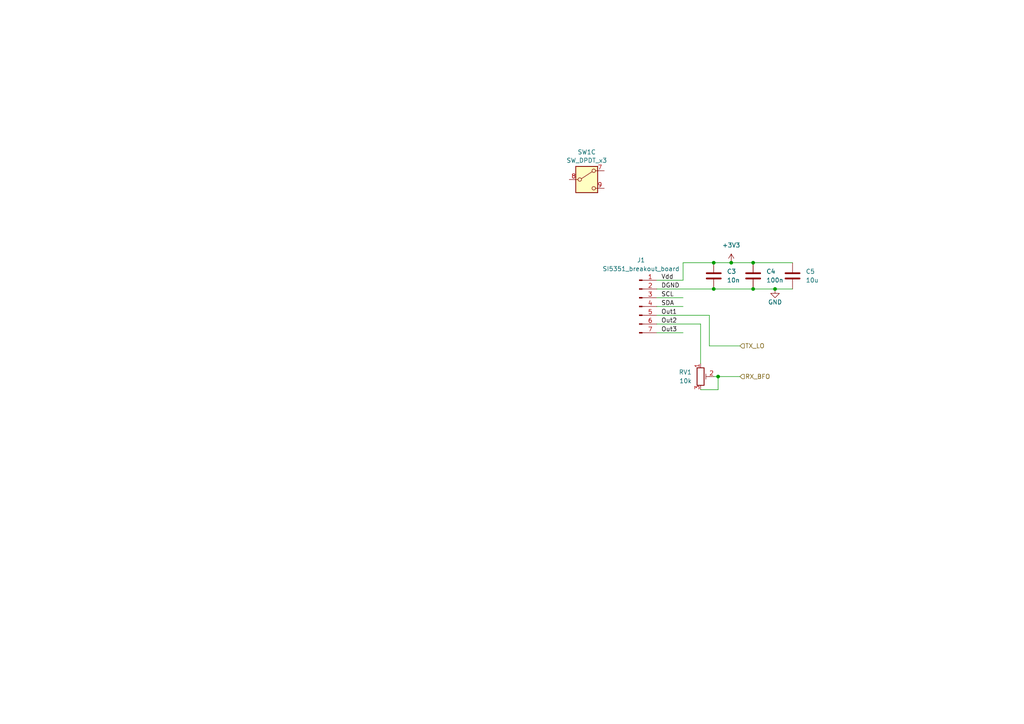
<source format=kicad_sch>
(kicad_sch
	(version 20231120)
	(generator "eeschema")
	(generator_version "8.0")
	(uuid "b6875a7b-301f-42e9-82d8-f98309d75f1e")
	(paper "A4")
	(lib_symbols
		(symbol "Connector:Conn_01x07_Pin"
			(pin_names
				(offset 1.016) hide)
			(exclude_from_sim no)
			(in_bom yes)
			(on_board yes)
			(property "Reference" "J"
				(at 0 10.16 0)
				(effects
					(font
						(size 1.27 1.27)
					)
				)
			)
			(property "Value" "Conn_01x07_Pin"
				(at 0 -10.16 0)
				(effects
					(font
						(size 1.27 1.27)
					)
				)
			)
			(property "Footprint" ""
				(at 0 0 0)
				(effects
					(font
						(size 1.27 1.27)
					)
					(hide yes)
				)
			)
			(property "Datasheet" "~"
				(at 0 0 0)
				(effects
					(font
						(size 1.27 1.27)
					)
					(hide yes)
				)
			)
			(property "Description" "Generic connector, single row, 01x07, script generated"
				(at 0 0 0)
				(effects
					(font
						(size 1.27 1.27)
					)
					(hide yes)
				)
			)
			(property "ki_locked" ""
				(at 0 0 0)
				(effects
					(font
						(size 1.27 1.27)
					)
				)
			)
			(property "ki_keywords" "connector"
				(at 0 0 0)
				(effects
					(font
						(size 1.27 1.27)
					)
					(hide yes)
				)
			)
			(property "ki_fp_filters" "Connector*:*_1x??_*"
				(at 0 0 0)
				(effects
					(font
						(size 1.27 1.27)
					)
					(hide yes)
				)
			)
			(symbol "Conn_01x07_Pin_1_1"
				(polyline
					(pts
						(xy 1.27 -7.62) (xy 0.8636 -7.62)
					)
					(stroke
						(width 0.1524)
						(type default)
					)
					(fill
						(type none)
					)
				)
				(polyline
					(pts
						(xy 1.27 -5.08) (xy 0.8636 -5.08)
					)
					(stroke
						(width 0.1524)
						(type default)
					)
					(fill
						(type none)
					)
				)
				(polyline
					(pts
						(xy 1.27 -2.54) (xy 0.8636 -2.54)
					)
					(stroke
						(width 0.1524)
						(type default)
					)
					(fill
						(type none)
					)
				)
				(polyline
					(pts
						(xy 1.27 0) (xy 0.8636 0)
					)
					(stroke
						(width 0.1524)
						(type default)
					)
					(fill
						(type none)
					)
				)
				(polyline
					(pts
						(xy 1.27 2.54) (xy 0.8636 2.54)
					)
					(stroke
						(width 0.1524)
						(type default)
					)
					(fill
						(type none)
					)
				)
				(polyline
					(pts
						(xy 1.27 5.08) (xy 0.8636 5.08)
					)
					(stroke
						(width 0.1524)
						(type default)
					)
					(fill
						(type none)
					)
				)
				(polyline
					(pts
						(xy 1.27 7.62) (xy 0.8636 7.62)
					)
					(stroke
						(width 0.1524)
						(type default)
					)
					(fill
						(type none)
					)
				)
				(rectangle
					(start 0.8636 -7.493)
					(end 0 -7.747)
					(stroke
						(width 0.1524)
						(type default)
					)
					(fill
						(type outline)
					)
				)
				(rectangle
					(start 0.8636 -4.953)
					(end 0 -5.207)
					(stroke
						(width 0.1524)
						(type default)
					)
					(fill
						(type outline)
					)
				)
				(rectangle
					(start 0.8636 -2.413)
					(end 0 -2.667)
					(stroke
						(width 0.1524)
						(type default)
					)
					(fill
						(type outline)
					)
				)
				(rectangle
					(start 0.8636 0.127)
					(end 0 -0.127)
					(stroke
						(width 0.1524)
						(type default)
					)
					(fill
						(type outline)
					)
				)
				(rectangle
					(start 0.8636 2.667)
					(end 0 2.413)
					(stroke
						(width 0.1524)
						(type default)
					)
					(fill
						(type outline)
					)
				)
				(rectangle
					(start 0.8636 5.207)
					(end 0 4.953)
					(stroke
						(width 0.1524)
						(type default)
					)
					(fill
						(type outline)
					)
				)
				(rectangle
					(start 0.8636 7.747)
					(end 0 7.493)
					(stroke
						(width 0.1524)
						(type default)
					)
					(fill
						(type outline)
					)
				)
				(pin passive line
					(at 5.08 7.62 180)
					(length 3.81)
					(name "Pin_1"
						(effects
							(font
								(size 1.27 1.27)
							)
						)
					)
					(number "1"
						(effects
							(font
								(size 1.27 1.27)
							)
						)
					)
				)
				(pin passive line
					(at 5.08 5.08 180)
					(length 3.81)
					(name "Pin_2"
						(effects
							(font
								(size 1.27 1.27)
							)
						)
					)
					(number "2"
						(effects
							(font
								(size 1.27 1.27)
							)
						)
					)
				)
				(pin passive line
					(at 5.08 2.54 180)
					(length 3.81)
					(name "Pin_3"
						(effects
							(font
								(size 1.27 1.27)
							)
						)
					)
					(number "3"
						(effects
							(font
								(size 1.27 1.27)
							)
						)
					)
				)
				(pin passive line
					(at 5.08 0 180)
					(length 3.81)
					(name "Pin_4"
						(effects
							(font
								(size 1.27 1.27)
							)
						)
					)
					(number "4"
						(effects
							(font
								(size 1.27 1.27)
							)
						)
					)
				)
				(pin passive line
					(at 5.08 -2.54 180)
					(length 3.81)
					(name "Pin_5"
						(effects
							(font
								(size 1.27 1.27)
							)
						)
					)
					(number "5"
						(effects
							(font
								(size 1.27 1.27)
							)
						)
					)
				)
				(pin passive line
					(at 5.08 -5.08 180)
					(length 3.81)
					(name "Pin_6"
						(effects
							(font
								(size 1.27 1.27)
							)
						)
					)
					(number "6"
						(effects
							(font
								(size 1.27 1.27)
							)
						)
					)
				)
				(pin passive line
					(at 5.08 -7.62 180)
					(length 3.81)
					(name "Pin_7"
						(effects
							(font
								(size 1.27 1.27)
							)
						)
					)
					(number "7"
						(effects
							(font
								(size 1.27 1.27)
							)
						)
					)
				)
			)
		)
		(symbol "Device:C"
			(pin_numbers hide)
			(pin_names
				(offset 0.254)
			)
			(exclude_from_sim no)
			(in_bom yes)
			(on_board yes)
			(property "Reference" "C"
				(at 0.635 2.54 0)
				(effects
					(font
						(size 1.27 1.27)
					)
					(justify left)
				)
			)
			(property "Value" "C"
				(at 0.635 -2.54 0)
				(effects
					(font
						(size 1.27 1.27)
					)
					(justify left)
				)
			)
			(property "Footprint" ""
				(at 0.9652 -3.81 0)
				(effects
					(font
						(size 1.27 1.27)
					)
					(hide yes)
				)
			)
			(property "Datasheet" "~"
				(at 0 0 0)
				(effects
					(font
						(size 1.27 1.27)
					)
					(hide yes)
				)
			)
			(property "Description" "Unpolarized capacitor"
				(at 0 0 0)
				(effects
					(font
						(size 1.27 1.27)
					)
					(hide yes)
				)
			)
			(property "ki_keywords" "cap capacitor"
				(at 0 0 0)
				(effects
					(font
						(size 1.27 1.27)
					)
					(hide yes)
				)
			)
			(property "ki_fp_filters" "C_*"
				(at 0 0 0)
				(effects
					(font
						(size 1.27 1.27)
					)
					(hide yes)
				)
			)
			(symbol "C_0_1"
				(polyline
					(pts
						(xy -2.032 -0.762) (xy 2.032 -0.762)
					)
					(stroke
						(width 0.508)
						(type default)
					)
					(fill
						(type none)
					)
				)
				(polyline
					(pts
						(xy -2.032 0.762) (xy 2.032 0.762)
					)
					(stroke
						(width 0.508)
						(type default)
					)
					(fill
						(type none)
					)
				)
			)
			(symbol "C_1_1"
				(pin passive line
					(at 0 3.81 270)
					(length 2.794)
					(name "~"
						(effects
							(font
								(size 1.27 1.27)
							)
						)
					)
					(number "1"
						(effects
							(font
								(size 1.27 1.27)
							)
						)
					)
				)
				(pin passive line
					(at 0 -3.81 90)
					(length 2.794)
					(name "~"
						(effects
							(font
								(size 1.27 1.27)
							)
						)
					)
					(number "2"
						(effects
							(font
								(size 1.27 1.27)
							)
						)
					)
				)
			)
		)
		(symbol "Device:R_Potentiometer_Trim"
			(pin_names
				(offset 1.016) hide)
			(exclude_from_sim no)
			(in_bom yes)
			(on_board yes)
			(property "Reference" "RV"
				(at -4.445 0 90)
				(effects
					(font
						(size 1.27 1.27)
					)
				)
			)
			(property "Value" "R_Potentiometer_Trim"
				(at -2.54 0 90)
				(effects
					(font
						(size 1.27 1.27)
					)
				)
			)
			(property "Footprint" ""
				(at 0 0 0)
				(effects
					(font
						(size 1.27 1.27)
					)
					(hide yes)
				)
			)
			(property "Datasheet" "~"
				(at 0 0 0)
				(effects
					(font
						(size 1.27 1.27)
					)
					(hide yes)
				)
			)
			(property "Description" "Trim-potentiometer"
				(at 0 0 0)
				(effects
					(font
						(size 1.27 1.27)
					)
					(hide yes)
				)
			)
			(property "ki_keywords" "resistor variable trimpot trimmer"
				(at 0 0 0)
				(effects
					(font
						(size 1.27 1.27)
					)
					(hide yes)
				)
			)
			(property "ki_fp_filters" "Potentiometer*"
				(at 0 0 0)
				(effects
					(font
						(size 1.27 1.27)
					)
					(hide yes)
				)
			)
			(symbol "R_Potentiometer_Trim_0_1"
				(polyline
					(pts
						(xy 1.524 0.762) (xy 1.524 -0.762)
					)
					(stroke
						(width 0)
						(type default)
					)
					(fill
						(type none)
					)
				)
				(polyline
					(pts
						(xy 2.54 0) (xy 1.524 0)
					)
					(stroke
						(width 0)
						(type default)
					)
					(fill
						(type none)
					)
				)
				(rectangle
					(start 1.016 2.54)
					(end -1.016 -2.54)
					(stroke
						(width 0.254)
						(type default)
					)
					(fill
						(type none)
					)
				)
			)
			(symbol "R_Potentiometer_Trim_1_1"
				(pin passive line
					(at 0 3.81 270)
					(length 1.27)
					(name "1"
						(effects
							(font
								(size 1.27 1.27)
							)
						)
					)
					(number "1"
						(effects
							(font
								(size 1.27 1.27)
							)
						)
					)
				)
				(pin passive line
					(at 3.81 0 180)
					(length 1.27)
					(name "2"
						(effects
							(font
								(size 1.27 1.27)
							)
						)
					)
					(number "2"
						(effects
							(font
								(size 1.27 1.27)
							)
						)
					)
				)
				(pin passive line
					(at 0 -3.81 90)
					(length 1.27)
					(name "3"
						(effects
							(font
								(size 1.27 1.27)
							)
						)
					)
					(number "3"
						(effects
							(font
								(size 1.27 1.27)
							)
						)
					)
				)
			)
		)
		(symbol "power:+3V3"
			(power)
			(pin_numbers hide)
			(pin_names
				(offset 0) hide)
			(exclude_from_sim no)
			(in_bom yes)
			(on_board yes)
			(property "Reference" "#PWR"
				(at 0 -3.81 0)
				(effects
					(font
						(size 1.27 1.27)
					)
					(hide yes)
				)
			)
			(property "Value" "+3V3"
				(at 0 3.556 0)
				(effects
					(font
						(size 1.27 1.27)
					)
				)
			)
			(property "Footprint" ""
				(at 0 0 0)
				(effects
					(font
						(size 1.27 1.27)
					)
					(hide yes)
				)
			)
			(property "Datasheet" ""
				(at 0 0 0)
				(effects
					(font
						(size 1.27 1.27)
					)
					(hide yes)
				)
			)
			(property "Description" "Power symbol creates a global label with name \"+3V3\""
				(at 0 0 0)
				(effects
					(font
						(size 1.27 1.27)
					)
					(hide yes)
				)
			)
			(property "ki_keywords" "global power"
				(at 0 0 0)
				(effects
					(font
						(size 1.27 1.27)
					)
					(hide yes)
				)
			)
			(symbol "+3V3_0_1"
				(polyline
					(pts
						(xy -0.762 1.27) (xy 0 2.54)
					)
					(stroke
						(width 0)
						(type default)
					)
					(fill
						(type none)
					)
				)
				(polyline
					(pts
						(xy 0 0) (xy 0 2.54)
					)
					(stroke
						(width 0)
						(type default)
					)
					(fill
						(type none)
					)
				)
				(polyline
					(pts
						(xy 0 2.54) (xy 0.762 1.27)
					)
					(stroke
						(width 0)
						(type default)
					)
					(fill
						(type none)
					)
				)
			)
			(symbol "+3V3_1_1"
				(pin power_in line
					(at 0 0 90)
					(length 0)
					(name "~"
						(effects
							(font
								(size 1.27 1.27)
							)
						)
					)
					(number "1"
						(effects
							(font
								(size 1.27 1.27)
							)
						)
					)
				)
			)
		)
		(symbol "power:GND1"
			(power)
			(pin_numbers hide)
			(pin_names
				(offset 0) hide)
			(exclude_from_sim no)
			(in_bom yes)
			(on_board yes)
			(property "Reference" "#PWR"
				(at 0 -6.35 0)
				(effects
					(font
						(size 1.27 1.27)
					)
					(hide yes)
				)
			)
			(property "Value" "GND1"
				(at 0 -3.81 0)
				(effects
					(font
						(size 1.27 1.27)
					)
				)
			)
			(property "Footprint" ""
				(at 0 0 0)
				(effects
					(font
						(size 1.27 1.27)
					)
					(hide yes)
				)
			)
			(property "Datasheet" ""
				(at 0 0 0)
				(effects
					(font
						(size 1.27 1.27)
					)
					(hide yes)
				)
			)
			(property "Description" "Power symbol creates a global label with name \"GND1\" , ground"
				(at 0 0 0)
				(effects
					(font
						(size 1.27 1.27)
					)
					(hide yes)
				)
			)
			(property "ki_keywords" "global power"
				(at 0 0 0)
				(effects
					(font
						(size 1.27 1.27)
					)
					(hide yes)
				)
			)
			(symbol "GND1_0_1"
				(polyline
					(pts
						(xy 0 0) (xy 0 -1.27) (xy 1.27 -1.27) (xy 0 -2.54) (xy -1.27 -1.27) (xy 0 -1.27)
					)
					(stroke
						(width 0)
						(type default)
					)
					(fill
						(type none)
					)
				)
			)
			(symbol "GND1_1_1"
				(pin power_in line
					(at 0 0 270)
					(length 0)
					(name "~"
						(effects
							(font
								(size 1.27 1.27)
							)
						)
					)
					(number "1"
						(effects
							(font
								(size 1.27 1.27)
							)
						)
					)
				)
			)
		)
		(symbol "summit_scourer:SW_DPDT_x3"
			(pin_names
				(offset 0) hide)
			(exclude_from_sim no)
			(in_bom yes)
			(on_board yes)
			(property "Reference" "SW"
				(at 0 5.08 0)
				(effects
					(font
						(size 1.27 1.27)
					)
				)
			)
			(property "Value" "SW_DPDT_x3"
				(at 0 -5.08 0)
				(effects
					(font
						(size 1.27 1.27)
					)
				)
			)
			(property "Footprint" ""
				(at 0 0 0)
				(effects
					(font
						(size 1.27 1.27)
					)
					(hide yes)
				)
			)
			(property "Datasheet" "~"
				(at 0 0 0)
				(effects
					(font
						(size 1.27 1.27)
					)
					(hide yes)
				)
			)
			(property "Description" "Switch, dual pole double throw, separate symbols"
				(at 0 0 0)
				(effects
					(font
						(size 1.27 1.27)
					)
					(hide yes)
				)
			)
			(property "ki_keywords" "switch dual-pole double-throw DPDT spdt ON-ON"
				(at 0 0 0)
				(effects
					(font
						(size 1.27 1.27)
					)
					(hide yes)
				)
			)
			(property "ki_fp_filters" "SW*DPDT*"
				(at 0 0 0)
				(effects
					(font
						(size 1.27 1.27)
					)
					(hide yes)
				)
			)
			(symbol "SW_DPDT_x3_0_0"
				(circle
					(center -2.032 0)
					(radius 0.508)
					(stroke
						(width 0)
						(type default)
					)
					(fill
						(type none)
					)
				)
				(circle
					(center 2.032 -2.54)
					(radius 0.508)
					(stroke
						(width 0)
						(type default)
					)
					(fill
						(type none)
					)
				)
			)
			(symbol "SW_DPDT_x3_0_1"
				(rectangle
					(start -3.175 3.81)
					(end 3.175 -3.81)
					(stroke
						(width 0.254)
						(type default)
					)
					(fill
						(type background)
					)
				)
				(polyline
					(pts
						(xy -1.524 0.254) (xy 1.5748 2.286)
					)
					(stroke
						(width 0)
						(type default)
					)
					(fill
						(type none)
					)
				)
				(circle
					(center 2.032 2.54)
					(radius 0.508)
					(stroke
						(width 0)
						(type default)
					)
					(fill
						(type none)
					)
				)
			)
			(symbol "SW_DPDT_x3_1_1"
				(pin passive line
					(at 5.08 2.54 180)
					(length 2.54)
					(name "A"
						(effects
							(font
								(size 1.27 1.27)
							)
						)
					)
					(number "1"
						(effects
							(font
								(size 1.27 1.27)
							)
						)
					)
				)
				(pin passive line
					(at -5.08 0 0)
					(length 2.54)
					(name "B"
						(effects
							(font
								(size 1.27 1.27)
							)
						)
					)
					(number "2"
						(effects
							(font
								(size 1.27 1.27)
							)
						)
					)
				)
				(pin passive line
					(at 5.08 -2.54 180)
					(length 2.54)
					(name "C"
						(effects
							(font
								(size 1.27 1.27)
							)
						)
					)
					(number "3"
						(effects
							(font
								(size 1.27 1.27)
							)
						)
					)
				)
			)
			(symbol "SW_DPDT_x3_2_1"
				(pin passive line
					(at 5.08 2.54 180)
					(length 2.54)
					(name "A"
						(effects
							(font
								(size 1.27 1.27)
							)
						)
					)
					(number "4"
						(effects
							(font
								(size 1.27 1.27)
							)
						)
					)
				)
				(pin passive line
					(at -5.08 0 0)
					(length 2.54)
					(name "B"
						(effects
							(font
								(size 1.27 1.27)
							)
						)
					)
					(number "5"
						(effects
							(font
								(size 1.27 1.27)
							)
						)
					)
				)
				(pin passive line
					(at 5.08 -2.54 180)
					(length 2.54)
					(name "C"
						(effects
							(font
								(size 1.27 1.27)
							)
						)
					)
					(number "6"
						(effects
							(font
								(size 1.27 1.27)
							)
						)
					)
				)
			)
			(symbol "SW_DPDT_x3_3_1"
				(pin passive line
					(at 5.08 2.54 180)
					(length 2.54)
					(name "A"
						(effects
							(font
								(size 1.27 1.27)
							)
						)
					)
					(number "7"
						(effects
							(font
								(size 1.27 1.27)
							)
						)
					)
				)
				(pin passive line
					(at -5.08 0 0)
					(length 2.54)
					(name "B"
						(effects
							(font
								(size 1.27 1.27)
							)
						)
					)
					(number "8"
						(effects
							(font
								(size 1.27 1.27)
							)
						)
					)
				)
				(pin passive line
					(at 5.08 -2.54 180)
					(length 2.54)
					(name "C"
						(effects
							(font
								(size 1.27 1.27)
							)
						)
					)
					(number "9"
						(effects
							(font
								(size 1.27 1.27)
							)
						)
					)
				)
			)
		)
	)
	(junction
		(at 218.44 83.82)
		(diameter 0)
		(color 0 0 0 0)
		(uuid "0d2d26d1-ccf8-488d-ab0e-6c86c67627f5")
	)
	(junction
		(at 208.28 109.22)
		(diameter 0)
		(color 0 0 0 0)
		(uuid "52c528e0-a1b2-443b-977f-bffa67c68c6f")
	)
	(junction
		(at 207.01 83.82)
		(diameter 0)
		(color 0 0 0 0)
		(uuid "7e853be7-2379-46f0-beaa-646c8ccd657c")
	)
	(junction
		(at 224.79 83.82)
		(diameter 0)
		(color 0 0 0 0)
		(uuid "95503490-8698-48fc-bacc-78ee3c73c596")
	)
	(junction
		(at 218.44 76.2)
		(diameter 0)
		(color 0 0 0 0)
		(uuid "a078a48a-5a0c-42da-a3b5-d85c7a081f7c")
	)
	(junction
		(at 212.09 76.2)
		(diameter 0)
		(color 0 0 0 0)
		(uuid "d29cde4f-975a-49cc-ac2a-605efc868ed8")
	)
	(junction
		(at 207.01 76.2)
		(diameter 0)
		(color 0 0 0 0)
		(uuid "eaedd549-8db4-45e0-b449-96208b2e8d07")
	)
	(wire
		(pts
			(xy 190.5 81.28) (xy 198.12 81.28)
		)
		(stroke
			(width 0)
			(type default)
		)
		(uuid "139f7bb9-b4bc-4a90-b1ba-429e0f922d68")
	)
	(wire
		(pts
			(xy 190.5 93.98) (xy 203.2 93.98)
		)
		(stroke
			(width 0)
			(type default)
		)
		(uuid "158201d4-9c4e-4e17-a31c-8291616982fd")
	)
	(wire
		(pts
			(xy 207.01 83.82) (xy 218.44 83.82)
		)
		(stroke
			(width 0)
			(type default)
		)
		(uuid "1a76cc92-9c81-4443-a35a-6ee80275c472")
	)
	(wire
		(pts
			(xy 207.01 76.2) (xy 212.09 76.2)
		)
		(stroke
			(width 0)
			(type default)
		)
		(uuid "22788af4-25f7-4bf5-9ecc-b837fce82f4a")
	)
	(wire
		(pts
			(xy 224.79 83.82) (xy 229.87 83.82)
		)
		(stroke
			(width 0)
			(type default)
		)
		(uuid "2f0afcca-ce19-4ce9-ad82-5c037a8a2ecf")
	)
	(wire
		(pts
			(xy 212.09 76.2) (xy 218.44 76.2)
		)
		(stroke
			(width 0)
			(type default)
		)
		(uuid "46933649-5e56-4ef5-8131-b7619947216f")
	)
	(wire
		(pts
			(xy 190.5 88.9) (xy 198.12 88.9)
		)
		(stroke
			(width 0)
			(type default)
		)
		(uuid "52f56f93-de96-4b28-b48c-447ce9e5c983")
	)
	(wire
		(pts
			(xy 198.12 76.2) (xy 207.01 76.2)
		)
		(stroke
			(width 0)
			(type default)
		)
		(uuid "5e0e607e-8fb6-4b0e-89ec-28e9d206aa1f")
	)
	(wire
		(pts
			(xy 208.28 109.22) (xy 214.63 109.22)
		)
		(stroke
			(width 0)
			(type default)
		)
		(uuid "5e6cf4b6-217c-4466-82db-b198c34ecb5a")
	)
	(wire
		(pts
			(xy 205.74 91.44) (xy 205.74 100.33)
		)
		(stroke
			(width 0)
			(type default)
		)
		(uuid "7e61d35a-b1ff-415e-9941-f2006c6a89c2")
	)
	(wire
		(pts
			(xy 218.44 83.82) (xy 224.79 83.82)
		)
		(stroke
			(width 0)
			(type default)
		)
		(uuid "98e125b6-bc48-4d3d-85ce-153c69925abf")
	)
	(wire
		(pts
			(xy 208.28 113.03) (xy 208.28 109.22)
		)
		(stroke
			(width 0)
			(type default)
		)
		(uuid "a85c527f-2609-4b45-8e95-9005cf8387dc")
	)
	(wire
		(pts
			(xy 218.44 76.2) (xy 229.87 76.2)
		)
		(stroke
			(width 0)
			(type default)
		)
		(uuid "b6445dda-5cf6-4c98-a641-07cf8ea5b04d")
	)
	(wire
		(pts
			(xy 203.2 93.98) (xy 203.2 105.41)
		)
		(stroke
			(width 0)
			(type default)
		)
		(uuid "b984c34f-de3d-4d58-99a6-06f40e82e890")
	)
	(wire
		(pts
			(xy 203.2 113.03) (xy 208.28 113.03)
		)
		(stroke
			(width 0)
			(type default)
		)
		(uuid "bbc336ec-b1bf-4e6f-a14e-9997d3a15e63")
	)
	(wire
		(pts
			(xy 190.5 91.44) (xy 205.74 91.44)
		)
		(stroke
			(width 0)
			(type default)
		)
		(uuid "cfbea1b0-526a-4b0f-8346-520032589f81")
	)
	(wire
		(pts
			(xy 190.5 86.36) (xy 198.12 86.36)
		)
		(stroke
			(width 0)
			(type default)
		)
		(uuid "d64f0c02-ff4e-45e3-9b3f-25d8eda26c25")
	)
	(wire
		(pts
			(xy 205.74 100.33) (xy 214.63 100.33)
		)
		(stroke
			(width 0)
			(type default)
		)
		(uuid "da19cf2b-c593-46a6-b42a-54c290886429")
	)
	(wire
		(pts
			(xy 198.12 81.28) (xy 198.12 76.2)
		)
		(stroke
			(width 0)
			(type default)
		)
		(uuid "e08a8982-5727-47ad-8f9b-e74fc0964889")
	)
	(wire
		(pts
			(xy 207.01 109.22) (xy 208.28 109.22)
		)
		(stroke
			(width 0)
			(type default)
		)
		(uuid "eb967525-a97a-4843-a25a-5a9ddc639ebf")
	)
	(wire
		(pts
			(xy 190.5 83.82) (xy 207.01 83.82)
		)
		(stroke
			(width 0)
			(type default)
		)
		(uuid "eccaf0bd-f152-4196-aaa1-4e51d89f5d5b")
	)
	(wire
		(pts
			(xy 190.5 96.52) (xy 198.12 96.52)
		)
		(stroke
			(width 0)
			(type default)
		)
		(uuid "fee21892-747c-4928-b5f7-1d7ed0d127f4")
	)
	(label "SDA"
		(at 191.77 88.9 0)
		(fields_autoplaced yes)
		(effects
			(font
				(size 1.27 1.27)
			)
			(justify left bottom)
		)
		(uuid "4c9bfe2e-31e0-43c1-9ffe-f164d8e7651a")
	)
	(label "SCL"
		(at 191.77 86.36 0)
		(fields_autoplaced yes)
		(effects
			(font
				(size 1.27 1.27)
			)
			(justify left bottom)
		)
		(uuid "68139c9b-19fe-40c0-8bee-26cf4f968cbb")
	)
	(label "Out2"
		(at 191.77 93.98 0)
		(fields_autoplaced yes)
		(effects
			(font
				(size 1.27 1.27)
			)
			(justify left bottom)
		)
		(uuid "8ea9a1f4-4fd0-4673-b1f6-52eef5f0f2b8")
	)
	(label "DGND"
		(at 191.77 83.82 0)
		(fields_autoplaced yes)
		(effects
			(font
				(size 1.27 1.27)
			)
			(justify left bottom)
		)
		(uuid "c4feed20-b4bf-4e1d-bb2c-a23a5fd70e7a")
	)
	(label "Out3"
		(at 191.77 96.52 0)
		(fields_autoplaced yes)
		(effects
			(font
				(size 1.27 1.27)
			)
			(justify left bottom)
		)
		(uuid "e91b2098-902d-46a0-98f7-712d33bad6e1")
	)
	(label "Vdd"
		(at 191.77 81.28 0)
		(fields_autoplaced yes)
		(effects
			(font
				(size 1.27 1.27)
			)
			(justify left bottom)
		)
		(uuid "eb480bc4-ced9-4846-ad09-ec3025d1b352")
	)
	(label "Out1"
		(at 191.77 91.44 0)
		(fields_autoplaced yes)
		(effects
			(font
				(size 1.27 1.27)
			)
			(justify left bottom)
		)
		(uuid "fddd14c1-d086-4bc5-8f89-f943ed9da569")
	)
	(hierarchical_label "RX_BFO"
		(shape input)
		(at 214.63 109.22 0)
		(fields_autoplaced yes)
		(effects
			(font
				(size 1.27 1.27)
			)
			(justify left)
		)
		(uuid "3338de28-f6b7-4f37-94fd-162f2312a958")
	)
	(hierarchical_label "TX_LO"
		(shape input)
		(at 214.63 100.33 0)
		(fields_autoplaced yes)
		(effects
			(font
				(size 1.27 1.27)
			)
			(justify left)
		)
		(uuid "98662784-fed6-4e3b-b174-e873152b648c")
	)
	(symbol
		(lib_id "power:+3V3")
		(at 212.09 76.2 0)
		(unit 1)
		(exclude_from_sim no)
		(in_bom yes)
		(on_board yes)
		(dnp no)
		(fields_autoplaced yes)
		(uuid "5abc171a-e5f0-476d-ab40-e9c86ac68f41")
		(property "Reference" "#PWR03"
			(at 212.09 80.01 0)
			(effects
				(font
					(size 1.27 1.27)
				)
				(hide yes)
			)
		)
		(property "Value" "+3V3"
			(at 212.09 71.12 0)
			(effects
				(font
					(size 1.27 1.27)
				)
			)
		)
		(property "Footprint" ""
			(at 212.09 76.2 0)
			(effects
				(font
					(size 1.27 1.27)
				)
				(hide yes)
			)
		)
		(property "Datasheet" ""
			(at 212.09 76.2 0)
			(effects
				(font
					(size 1.27 1.27)
				)
				(hide yes)
			)
		)
		(property "Description" "Power symbol creates a global label with name \"+3V3\""
			(at 212.09 76.2 0)
			(effects
				(font
					(size 1.27 1.27)
				)
				(hide yes)
			)
		)
		(pin "1"
			(uuid "29680dfa-c85c-4573-9b41-6c62d55c110e")
		)
		(instances
			(project "summit_scourer"
				(path "/97fa5a9e-fea2-40ae-976c-23c41ffbf522/9c59661f-2506-4efd-9bc6-e2f1b812693d"
					(reference "#PWR03")
					(unit 1)
				)
			)
		)
	)
	(symbol
		(lib_id "summit_scourer:SW_DPDT_x3")
		(at 170.18 52.07 0)
		(unit 3)
		(exclude_from_sim no)
		(in_bom yes)
		(on_board yes)
		(dnp no)
		(fields_autoplaced yes)
		(uuid "809277f2-0f46-4ab9-af40-f1fb177e745b")
		(property "Reference" "SW1"
			(at 170.18 44.1155 0)
			(effects
				(font
					(size 1.27 1.27)
				)
			)
		)
		(property "Value" "SW_DPDT_x3"
			(at 170.18 46.5398 0)
			(effects
				(font
					(size 1.27 1.27)
				)
			)
		)
		(property "Footprint" ""
			(at 170.18 52.07 0)
			(effects
				(font
					(size 1.27 1.27)
				)
				(hide yes)
			)
		)
		(property "Datasheet" "~"
			(at 170.18 52.07 0)
			(effects
				(font
					(size 1.27 1.27)
				)
				(hide yes)
			)
		)
		(property "Description" "Switch, dual pole double throw, separate symbols"
			(at 170.18 52.07 0)
			(effects
				(font
					(size 1.27 1.27)
				)
				(hide yes)
			)
		)
		(pin "1"
			(uuid "c59e8c08-2d0b-4789-aa13-e616ae9b76a0")
		)
		(pin "3"
			(uuid "f4f3fca1-b7f5-4e36-8491-d764887913e8")
		)
		(pin "8"
			(uuid "7a46bf7b-7384-479a-85b3-d81bdb02ee8d")
		)
		(pin "6"
			(uuid "2c291557-0972-4c87-b872-5180a87a5fa5")
		)
		(pin "7"
			(uuid "6cf8ed97-c4d7-4654-966f-fee907e1f262")
		)
		(pin "9"
			(uuid "56c7c546-2896-4ce5-aed3-7ff936f6ce0f")
		)
		(pin "4"
			(uuid "31f8ec51-0102-4684-a758-f8b1d2283c9f")
		)
		(pin "5"
			(uuid "37b9bc1f-f78c-42ee-8a3e-55e1bfda4115")
		)
		(pin "2"
			(uuid "d8db9691-3547-4a08-9733-37d3577a9f3b")
		)
		(instances
			(project "summit_scourer"
				(path "/97fa5a9e-fea2-40ae-976c-23c41ffbf522/9c59661f-2506-4efd-9bc6-e2f1b812693d"
					(reference "SW1")
					(unit 3)
				)
			)
		)
	)
	(symbol
		(lib_id "Device:C")
		(at 218.44 80.01 0)
		(unit 1)
		(exclude_from_sim no)
		(in_bom yes)
		(on_board yes)
		(dnp no)
		(fields_autoplaced yes)
		(uuid "861bcd47-6e18-4cd4-9bb6-edfbe612ec92")
		(property "Reference" "C4"
			(at 222.25 78.7399 0)
			(effects
				(font
					(size 1.27 1.27)
				)
				(justify left)
			)
		)
		(property "Value" "100n"
			(at 222.25 81.2799 0)
			(effects
				(font
					(size 1.27 1.27)
				)
				(justify left)
			)
		)
		(property "Footprint" "Capacitor_SMD:C_0504_1310Metric_Pad0.83x1.28mm_HandSolder"
			(at 219.4052 83.82 0)
			(effects
				(font
					(size 1.27 1.27)
				)
				(hide yes)
			)
		)
		(property "Datasheet" "~"
			(at 218.44 80.01 0)
			(effects
				(font
					(size 1.27 1.27)
				)
				(hide yes)
			)
		)
		(property "Description" "Unpolarized capacitor"
			(at 218.44 80.01 0)
			(effects
				(font
					(size 1.27 1.27)
				)
				(hide yes)
			)
		)
		(pin "1"
			(uuid "fbc0b088-b3b7-4ad6-9498-a2ad80015344")
		)
		(pin "2"
			(uuid "9d6f19db-1872-4999-93d7-fa81fce0af51")
		)
		(instances
			(project "summit_scourer"
				(path "/97fa5a9e-fea2-40ae-976c-23c41ffbf522/9c59661f-2506-4efd-9bc6-e2f1b812693d"
					(reference "C4")
					(unit 1)
				)
			)
		)
	)
	(symbol
		(lib_id "power:GND1")
		(at 224.79 83.82 0)
		(unit 1)
		(exclude_from_sim no)
		(in_bom yes)
		(on_board yes)
		(dnp no)
		(uuid "885e5813-3f78-4dce-b5bf-beff5c74fed2")
		(property "Reference" "#PWR04"
			(at 224.79 90.17 0)
			(effects
				(font
					(size 1.27 1.27)
				)
				(hide yes)
			)
		)
		(property "Value" "GND"
			(at 224.79 87.63 0)
			(effects
				(font
					(size 1.27 1.27)
				)
			)
		)
		(property "Footprint" ""
			(at 224.79 83.82 0)
			(effects
				(font
					(size 1.27 1.27)
				)
				(hide yes)
			)
		)
		(property "Datasheet" ""
			(at 224.79 83.82 0)
			(effects
				(font
					(size 1.27 1.27)
				)
				(hide yes)
			)
		)
		(property "Description" "Power symbol creates a global label with name \"GND1\" , ground"
			(at 224.79 83.82 0)
			(effects
				(font
					(size 1.27 1.27)
				)
				(hide yes)
			)
		)
		(pin "1"
			(uuid "8d5ed37a-d3f9-40da-8113-724b30b2927c")
		)
		(instances
			(project "summit_scourer"
				(path "/97fa5a9e-fea2-40ae-976c-23c41ffbf522/9c59661f-2506-4efd-9bc6-e2f1b812693d"
					(reference "#PWR04")
					(unit 1)
				)
			)
		)
	)
	(symbol
		(lib_id "Connector:Conn_01x07_Pin")
		(at 185.42 88.9 0)
		(unit 1)
		(exclude_from_sim no)
		(in_bom yes)
		(on_board yes)
		(dnp no)
		(uuid "9b715506-6cf7-4e76-aa6a-d61b1fafbfc4")
		(property "Reference" "J1"
			(at 185.928 75.438 0)
			(effects
				(font
					(size 1.27 1.27)
				)
			)
		)
		(property "Value" "SI5351_breakout_board"
			(at 185.928 77.978 0)
			(effects
				(font
					(size 1.27 1.27)
				)
			)
		)
		(property "Footprint" "Connector_PinHeader_2.54mm:PinHeader_1x07_P2.54mm_Vertical"
			(at 185.42 88.9 0)
			(effects
				(font
					(size 1.27 1.27)
				)
				(hide yes)
			)
		)
		(property "Datasheet" "~"
			(at 185.42 88.9 0)
			(effects
				(font
					(size 1.27 1.27)
				)
				(hide yes)
			)
		)
		(property "Description" "Generic connector, single row, 01x07, script generated"
			(at 185.42 88.9 0)
			(effects
				(font
					(size 1.27 1.27)
				)
				(hide yes)
			)
		)
		(pin "5"
			(uuid "9a9f5d55-e9d1-4c0d-86e4-1df5032f369c")
		)
		(pin "2"
			(uuid "ccb3567c-0370-4b22-9463-1c1571909a6f")
		)
		(pin "7"
			(uuid "7c07c709-fc81-4349-b3be-1d4b0096d5eb")
		)
		(pin "6"
			(uuid "3ee6caae-1fbb-4deb-a1d9-aae7b3559819")
		)
		(pin "3"
			(uuid "2f0771e2-167f-4630-bc28-cfd21bde0c74")
		)
		(pin "4"
			(uuid "8392a777-a1d3-4df4-b1ce-850279502ee9")
		)
		(pin "1"
			(uuid "84ff67b2-fd0c-4d11-98c7-c1c6dc533542")
		)
		(instances
			(project "summit_scourer"
				(path "/97fa5a9e-fea2-40ae-976c-23c41ffbf522/9c59661f-2506-4efd-9bc6-e2f1b812693d"
					(reference "J1")
					(unit 1)
				)
			)
		)
	)
	(symbol
		(lib_id "Device:C")
		(at 207.01 80.01 0)
		(unit 1)
		(exclude_from_sim no)
		(in_bom yes)
		(on_board yes)
		(dnp no)
		(fields_autoplaced yes)
		(uuid "afaaf757-4b52-4b41-8eac-2adadb66247f")
		(property "Reference" "C3"
			(at 210.82 78.7399 0)
			(effects
				(font
					(size 1.27 1.27)
				)
				(justify left)
			)
		)
		(property "Value" "10n"
			(at 210.82 81.2799 0)
			(effects
				(font
					(size 1.27 1.27)
				)
				(justify left)
			)
		)
		(property "Footprint" "Capacitor_SMD:C_0603_1608Metric_Pad1.08x0.95mm_HandSolder"
			(at 207.9752 83.82 0)
			(effects
				(font
					(size 1.27 1.27)
				)
				(hide yes)
			)
		)
		(property "Datasheet" "~"
			(at 207.01 80.01 0)
			(effects
				(font
					(size 1.27 1.27)
				)
				(hide yes)
			)
		)
		(property "Description" "Unpolarized capacitor"
			(at 207.01 80.01 0)
			(effects
				(font
					(size 1.27 1.27)
				)
				(hide yes)
			)
		)
		(pin "1"
			(uuid "5b2aa003-6306-4d99-a5d8-f4714240b345")
		)
		(pin "2"
			(uuid "da89b475-cd86-4d83-acb2-55798725e0e6")
		)
		(instances
			(project "summit_scourer"
				(path "/97fa5a9e-fea2-40ae-976c-23c41ffbf522/9c59661f-2506-4efd-9bc6-e2f1b812693d"
					(reference "C3")
					(unit 1)
				)
			)
		)
	)
	(symbol
		(lib_id "Device:C")
		(at 229.87 80.01 0)
		(unit 1)
		(exclude_from_sim no)
		(in_bom yes)
		(on_board yes)
		(dnp no)
		(fields_autoplaced yes)
		(uuid "b2e0c58d-36e1-4a7c-91f5-67c731347bb4")
		(property "Reference" "C5"
			(at 233.68 78.7399 0)
			(effects
				(font
					(size 1.27 1.27)
				)
				(justify left)
			)
		)
		(property "Value" "10u"
			(at 233.68 81.2799 0)
			(effects
				(font
					(size 1.27 1.27)
				)
				(justify left)
			)
		)
		(property "Footprint" "Capacitor_SMD:C_1210_3225Metric_Pad1.33x2.70mm_HandSolder"
			(at 230.8352 83.82 0)
			(effects
				(font
					(size 1.27 1.27)
				)
				(hide yes)
			)
		)
		(property "Datasheet" "~"
			(at 229.87 80.01 0)
			(effects
				(font
					(size 1.27 1.27)
				)
				(hide yes)
			)
		)
		(property "Description" "Unpolarized capacitor"
			(at 229.87 80.01 0)
			(effects
				(font
					(size 1.27 1.27)
				)
				(hide yes)
			)
		)
		(pin "1"
			(uuid "0d134bfd-0c87-4659-b8c0-b033df3e106f")
		)
		(pin "2"
			(uuid "541c5ed2-7ce2-40d1-975e-a0d27d390686")
		)
		(instances
			(project "summit_scourer"
				(path "/97fa5a9e-fea2-40ae-976c-23c41ffbf522/9c59661f-2506-4efd-9bc6-e2f1b812693d"
					(reference "C5")
					(unit 1)
				)
			)
		)
	)
	(symbol
		(lib_id "Device:R_Potentiometer_Trim")
		(at 203.2 109.22 0)
		(unit 1)
		(exclude_from_sim no)
		(in_bom yes)
		(on_board yes)
		(dnp no)
		(fields_autoplaced yes)
		(uuid "c4b4b8cf-bb20-4fd5-a1c9-264991503bb4")
		(property "Reference" "RV1"
			(at 200.66 107.9499 0)
			(effects
				(font
					(size 1.27 1.27)
				)
				(justify right)
			)
		)
		(property "Value" "10k"
			(at 200.66 110.4899 0)
			(effects
				(font
					(size 1.27 1.27)
				)
				(justify right)
			)
		)
		(property "Footprint" ""
			(at 203.2 109.22 0)
			(effects
				(font
					(size 1.27 1.27)
				)
				(hide yes)
			)
		)
		(property "Datasheet" "~"
			(at 203.2 109.22 0)
			(effects
				(font
					(size 1.27 1.27)
				)
				(hide yes)
			)
		)
		(property "Description" "Trim-potentiometer"
			(at 203.2 109.22 0)
			(effects
				(font
					(size 1.27 1.27)
				)
				(hide yes)
			)
		)
		(pin "3"
			(uuid "0c65e8b1-b93e-4ea9-8a3a-450bdef8cd4e")
		)
		(pin "1"
			(uuid "3e85c470-50e4-42fc-ad55-f4fd8c90b87e")
		)
		(pin "2"
			(uuid "3e18ba7c-2d89-45d8-ac88-86899605e80c")
		)
		(instances
			(project "summit_scourer"
				(path "/97fa5a9e-fea2-40ae-976c-23c41ffbf522/9c59661f-2506-4efd-9bc6-e2f1b812693d"
					(reference "RV1")
					(unit 1)
				)
			)
		)
	)
)

</source>
